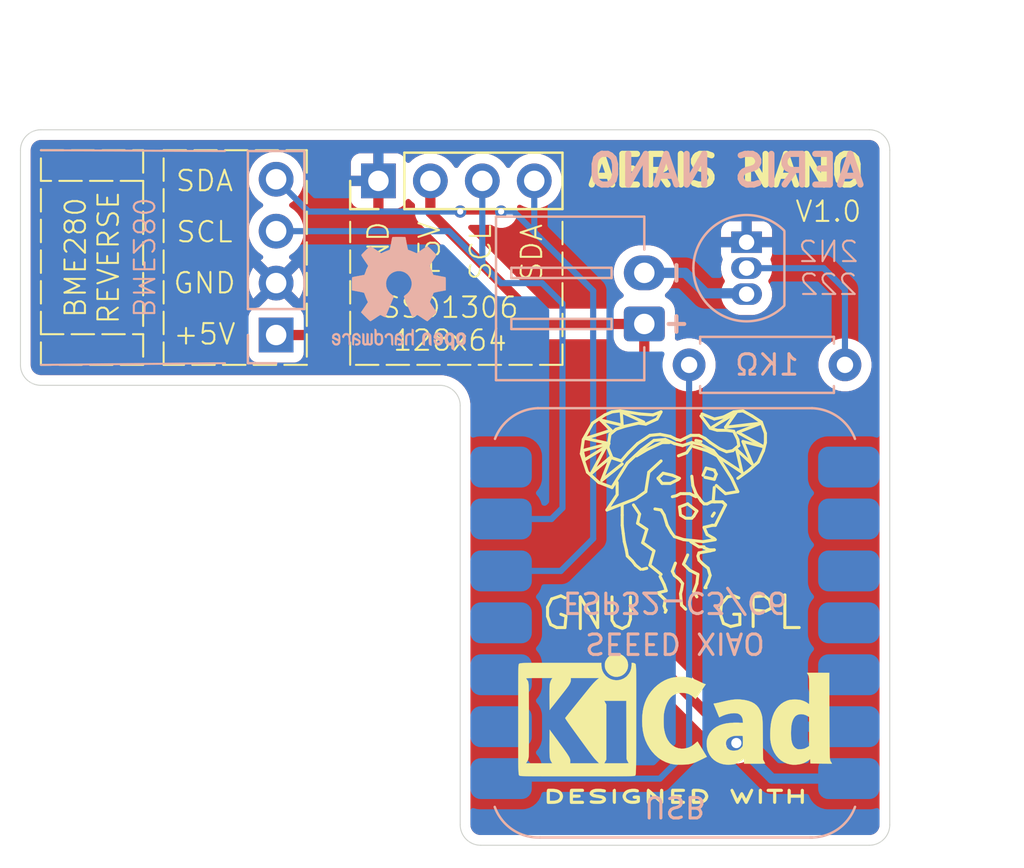
<source format=kicad_pcb>
(kicad_pcb (version 20241229) (generator "pcbnew") (generator_version "9.0")
  (layers (0 "F.Cu" signal) (2 "B.Cu" signal) (13 "F.Paste" user) (15 "B.Paste" user) (5 "F.SilkS" user "F.Silkscreen") (7 "B.SilkS" user "B.Silkscreen") (1 "F.Mask" user) (3 "B.Mask" user) (25 "Edge.Cuts" user))
  (net 0 "")
  (net 1 "GND")
  (net 2 "/SCL")
  (net 3 "/SDA")
  (net 4 "+5V")
  (net 5 "Net-(J3-Pin_2)")
  (net 6 "Net-(Q1-B)")
  (net 7 "/PWM")
  (footprint "Connector_PinHeader_2.54mm:PinHeader_1x04_P2.54mm_Vertical" (layer "F.Cu") (at 164.5 93 90)
    (property "Reference" "J1" (hide yes))
    (property "Value" "Conn_01x04_Pin" (hide yes))
    (pad "1" thru_hole rect (at 0 0 90) (size 1.7 1.7) (drill 1) (layers "*.Cu" "*.Mask") (net 1 "GND"))
    (pad "2" thru_hole circle (at 0 2.54 90) (size 1.7 1.7) (drill 1) (layers "*.Cu" "*.Mask") (net 4 "+5V"))
    (pad "3" thru_hole circle (at 0 5.08 90) (size 1.7 1.7) (drill 1) (layers "*.Cu" "*.Mask") (net 2 "/SCL"))
    (pad "4" thru_hole circle (at 0 7.62 90) (size 1.7 1.7) (drill 1) (layers "*.Cu" "*.Mask") (net 3 "/SDA"))
  )
  (footprint "Symbol:KiCad-Logo2_6mm_SilkScreen" (layer "F.Cu") (at 179 119.104848)
    (property "Reference" "REF**" (hide yes))
    (property "Value" "KiCad-Logo2_6mm_SilkScreen" (hide yes))
  )
  (footprint "Symbol:Symbol_GNU-Logo_SilkscreenTop" (layer "F.Cu") (at 179.171153 108)
    (property "Reference" "REF**" (hide yes))
    (property "Value" "Symbol_GNU-Logo_SilkscreenTop" (hide yes))
  )
  (footprint "Connector_PinHeader_2.54mm:PinHeader_1x04_P2.54mm_Vertical" (layer "B.Cu") (at 159.5 100.54)
    (property "Reference" "J2" (hide yes))
    (property "Value" "Conn_01x04_Pin" (hide yes))
    (pad "1" thru_hole rect (at 0 0) (size 1.7 1.7) (drill 1) (layers "*.Cu" "*.Mask") (net 4 "+5V"))
    (pad "2" thru_hole circle (at 0 -2.54) (size 1.7 1.7) (drill 1) (layers "*.Cu" "*.Mask") (net 1 "GND"))
    (pad "3" thru_hole circle (at 0 -5.08) (size 1.7 1.7) (drill 1) (layers "*.Cu" "*.Mask") (net 2 "/SCL"))
    (pad "4" thru_hole circle (at 0 -7.62) (size 1.7 1.7) (drill 1) (layers "*.Cu" "*.Mask") (net 3 "/SDA"))
  )
  (footprint "Resistor_THT:R_Axial_DIN0207_L6.3mm_D2.5mm_P7.62mm_Horizontal" (layer "B.Cu") (at 179.69 102)
    (property "Reference" "R1" (hide yes))
    (property "Value" "1K" (hide yes))
    (pad "1" thru_hole circle (at 0 0) (size 1.6 1.6) (drill 0.8) (layers "*.Cu" "*.Mask") (net 7 "/PWM"))
    (pad "2" thru_hole circle (at 7.62 0) (size 1.6 1.6) (drill 0.8) (layers "*.Cu" "*.Mask") (net 6 "Net-(Q1-B)"))
  )
  (footprint "Connector_JST:JST_XH_S2B-XH-A-1_1x02_P2.50mm_Horizontal" (layer "B.Cu") (at 177.5 100 90)
    (property "Reference" "J3" (hide yes))
    (property "Value" "Conn_01x02_Socket" (hide yes))
    (pad "1" thru_hole roundrect (at 0 0 90) (size 1.7 2) (drill 1) (layers "*.Cu" "*.Mask") (roundrect_rratio 0.147059) (net 4 "+5V"))
    (pad "2" thru_hole oval (at 2.5 0 90) (size 1.7 2) (drill 1) (layers "*.Cu" "*.Mask") (net 5 "Net-(J3-Pin_2)"))
  )
  (footprint "Symbol:OSHW-Logo2_7.3x6mm_SilkScreen" (layer "B.Cu") (at 165.5 98.5 180)
    (property "Reference" "REF**" (hide yes))
    (property "Value" "OSHW-Logo2_7.3x6mm_SilkScreen" (hide yes))
  )
  (footprint "Aeris:XIAO_ESP32" (layer "B.Cu") (at 179 114.62)
    (property "Reference" "U1" (hide yes))
    (property "Value" "ESP32C3")
    (fp_text user "USB" (at 0 9 180) (layer "B.SilkS") (effects (justify mirror)))
    (fp_text user "ESP32-C3/C6" (at 0 -1 180) (layer "B.SilkS") (effects (justify mirror)))
    (fp_text user "SEEED XIAO" (at 0 1 180) (layer "B.SilkS") (effects (justify mirror)))
    (pad "1" smd roundrect (at -8.5 7.62) (size 3 2) (layers "B.Cu" "B.Mask") (net 7 "/PWM"))
    (pad "2" smd roundrect (at -8.5 5.08) (size 3 2) (layers "B.Cu" "B.Mask"))
    (pad "3" smd roundrect (at -8.5 2.54) (size 3 2) (layers "B.Cu" "B.Mask"))
    (pad "4" smd roundrect (at -8.5 0) (size 3 2) (layers "B.Cu" "B.Mask"))
    (pad "5" smd roundrect (at -8.5 -2.54) (size 3 2) (layers "B.Cu" "B.Mask") (net 3 "/SDA"))
    (pad "6" smd roundrect (at -8.5 -5.08) (size 3 2) (layers "B.Cu" "B.Mask") (net 2 "/SCL"))
    (pad "7" smd roundrect (at -8.5 -7.62) (size 3 2) (layers "B.Cu" "B.Mask"))
    (pad "8" smd roundrect (at 8.5 -7.62) (size 3 2) (layers "B.Cu" "B.Mask"))
    (pad "9" smd roundrect (at 8.5 -5.08) (size 3 2) (layers "B.Cu" "B.Mask"))
    (pad "10" smd roundrect (at 8.5 -2.54) (size 3 2) (layers "B.Cu" "B.Mask"))
    (pad "11" smd roundrect (at 8.5 0) (size 3 2) (layers "B.Cu" "B.Mask"))
    (pad "12" smd roundrect (at 8.5 2.54) (size 3 2) (layers "B.Cu" "B.Mask"))
    (pad "13" smd roundrect (at 8.5 5.08) (size 3 2) (layers "B.Cu" "B.Mask") (net 1 "GND"))
    (pad "14" smd roundrect (at 8.5 7.62) (size 3 2) (layers "B.Cu" "B.Mask") (net 4 "+5V"))
  )
  (footprint "Package_TO_SOT_THT:TO-92_Inline" (layer "B.Cu") (at 182.5 96 -90)
    (property "Reference" "Q1" (hide yes))
    (property "Value" "2N2222")
    (pad "1" thru_hole rect (at 0 0 270) (size 1.05 1.5) (drill 0.75) (layers "*.Cu" "*.Mask") (net 1 "GND"))
    (pad "2" thru_hole oval (at 1.27 0 270) (size 1.05 1.5) (drill 0.75) (layers "*.Cu" "*.Mask") (net 6 "Net-(Q1-B)"))
    (pad "3" thru_hole oval (at 2.54 0 270) (size 1.05 1.5) (drill 0.75) (layers "*.Cu" "*.Mask") (net 5 "Net-(J3-Pin_2)"))
  )
  (gr_line (start 148 100.5) (end 153 100.5) (stroke (width 0.1) (type dash)) (layer "F.SilkS"))
  (gr_line (start 173.5 95) (end 173.5 102) (stroke (width 0.1) (type dash)) (layer "F.SilkS"))
  (gr_rect (start 148 91.5) (end 153 102) (stroke (width 0.1) (type dash)) (fill no) (layer "F.SilkS"))
  (gr_line (start 153 93) (end 148 93) (stroke (width 0.1) (type dash)) (layer "F.SilkS"))
  (gr_line (start 173.5 102) (end 163.12 102) (stroke (width 0.1) (type dash)) (layer "F.SilkS"))
  (gr_line (start 163.12 102) (end 163.12 95) (stroke (width 0.1) (type dash)) (layer "F.SilkS"))
  (gr_rect (start 154 91.5) (end 161 102) (stroke (width 0.1) (type dash)) (fill no) (layer "F.SilkS"))
  (gr_line (start 157 91.54) (end 148 91.5) (stroke (width 0.1)) (layer "B.SilkS"))
  (gr_line (start 157 101.92) (end 148 102) (stroke (width 0.1)) (layer "B.SilkS"))
  (gr_arc (start 147 91.5) (mid 147.292893 90.792893) (end 148 90.5) (stroke (width 0.05)) (layer "Edge.Cuts"))
  (gr_line (start 189.5 124.5) (end 189.5 91.5) (stroke (width 0.05)) (layer "Edge.Cuts"))
  (gr_arc (start 169.5 125.5) (mid 168.792893 125.207107) (end 168.5 124.5) (stroke (width 0.05)) (layer "Edge.Cuts"))
  (gr_line (start 167.5 103) (end 148 103) (stroke (width 0.05)) (layer "Edge.Cuts"))
  (gr_line (start 169.5 125.5) (end 188.5 125.5) (stroke (width 0.05)) (layer "Edge.Cuts"))
  (gr_arc (start 167.5 103) (mid 168.207107 103.292893) (end 168.5 104) (stroke (width 0.05)) (layer "Edge.Cuts"))
  (gr_line (start 168.5 124.5) (end 168.5 104) (stroke (width 0.05)) (layer "Edge.Cuts"))
  (gr_arc (start 148 103) (mid 147.292893 102.707107) (end 147 102) (stroke (width 0.05)) (layer "Edge.Cuts"))
  (gr_line (start 188.5 90.5) (end 148 90.5) (stroke (width 0.05)) (layer "Edge.Cuts"))
  (gr_arc (start 189.5 124.5) (mid 189.207107 125.207107) (end 188.5 125.5) (stroke (width 0.05)) (layer "Edge.Cuts"))
  (gr_line (start 147 91.5) (end 147 102) (stroke (width 0.05)) (layer "Edge.Cuts"))
  (gr_arc (start 188.5 90.5) (mid 189.207107 90.792893) (end 189.5 91.5) (stroke (width 0.05)) (layer "Edge.Cuts"))
  (gr_text "SDA" (at 172 96.5 90) (layer "F.SilkS") (effects (font (size 1 1) (thickness 0.1))))
  (gr_text "SCL" (at 169.5 96.5 90) (layer "F.SilkS") (effects (font (size 1 1) (thickness 0.1))))
  (gr_text "BME280\nREVERSE" (at 150.5 96.75 90) (layer "F.SilkS") (effects (font (size 1 1) (thickness 0.1))))
  (gr_text "+5V" (at 167 96.5 90) (layer "F.SilkS") (effects (font (size 1 1) (thickness 0.1))))
  (gr_text "AERIS NANO" (at 181.5 92.5 -0) (layer "F.SilkS") (effects (font (size 1.5 1.5) (thickness 0.3) (bold yes))))
  (gr_text "SDA" (at 156 93 0) (layer "F.SilkS") (effects (font (size 1 1) (thickness 0.1))))
  (gr_text "+5V" (at 156 100.5 0) (layer "F.SilkS") (effects (font (size 1 1) (thickness 0.1))))
  (gr_text "GND" (at 156 98 0) (layer "F.SilkS") (effects (font (size 1 1) (thickness 0.1))))
  (gr_text "GND" (at 164.5 96.5 90) (layer "F.SilkS") (effects (font (size 1 1) (thickness 0.1))))
  (gr_text "V1.0" (at 186.5 94.5 0) (layer "F.SilkS") (effects (font (size 1 1) (thickness 0.1))))
  (gr_text "SSD1306\n128x64" (at 168 100 0) (layer "F.SilkS") (effects (font (size 1 1) (thickness 0.1))))
  (gr_text "SCL" (at 156 95.5 0) (layer "F.SilkS") (effects (font (size 1 1) (thickness 0.1))))
  (gr_text "1KΩ\n" (at 183.5 102 0) (layer "B.SilkS") (effects (font (size 1 1)) (justify mirror)))
  (gr_text "-" (at 179 97.5 90) (layer "B.SilkS") (effects (font (size 1 1) (thickness 0.2) (bold yes)) (justify mirror)))
  (gr_text "+" (at 179 100 90) (layer "B.SilkS") (effects (font (size 1 1) (thickness 0.2) (bold yes)) (justify mirror)))
  (gr_text "AERIS NANO" (at 181.5 92.5 0) (layer "B.SilkS") (effects (font (size 1.5 1.5) (thickness 0.3) (bold yes)) (justify mirror)))
  (gr_text "BME280" (at 153 96.75 270) (layer "B.SilkS") (effects (font (size 1 1) (thickness 0.1)) (justify mirror)))
  (gr_text "2N2\n222" (at 186.5 97.27 0) (layer "B.SilkS") (effects (font (size 1 1) (thickness 0.1)) (justify mirror)))
  (segment (start 187.5 119.7) (end 185.2 119.7) (width 0.5) (layer "B.Cu") (net 1))
  (segment (start 169.58 92.5) (end 169.58 97.08) (width 0.3) (layer "B.Cu") (net 2))
  (segment (start 169.5 97) (end 167.96 95.46) (width 0.3) (layer "B.Cu") (net 2))
  (segment (start 167.96 95.46) (end 159.5 95.46) (width 0.3) (layer "B.Cu") (net 2))
  (segment (start 169.5 97) (end 170.5 98) (width 0.3) (layer "B.Cu") (net 2))
  (segment (start 169.58 97) (end 169.5 97) (width 0.3) (layer "B.Cu") (net 2))
  (segment (start 172.96 109.54) (end 170.5 109.54) (width 0.3) (layer "B.Cu") (net 2))
  (segment (start 172.5 98) (end 173.5 99) (width 0.3) (layer "B.Cu") (net 2))
  (segment (start 173.5 99) (end 173.5 109) (width 0.3) (layer "B.Cu") (net 2))
  (segment (start 173.5 109) (end 172.96 109.54) (width 0.3) (layer "B.Cu") (net 2))
  (segment (start 169.58 97) (end 169.58 97.08) (width 0.3) (layer "B.Cu") (net 2))
  (segment (start 170.5 98) (end 172.5 98) (width 0.3) (layer "B.Cu") (net 2))
  (segment (start 168.5 94.5) (end 170.5 94.5) (width 0.3) (layer "F.Cu") (net 3))
  (via (at 168.5 94.5) (size 0.6) (drill 0.3) (layers "F.Cu" "B.Cu") (net 3))
  (via (at 170.5 94.5) (size 0.6) (drill 0.3) (layers "F.Cu" "B.Cu") (net 3))
  (segment (start 175 98.38) (end 175 110.5) (width 0.3) (layer "B.Cu") (net 3))
  (segment (start 172.12 95.5) (end 172.12 92.5) (width 0.3) (layer "B.Cu") (net 3))
  (segment (start 171.12 94.5) (end 172.12 95.5) (width 0.3) (layer "B.Cu") (net 3))
  (segment (start 161.08 94.5) (end 168.5 94.5) (width 0.3) (layer "B.Cu") (net 3))
  (segment (start 173.42 112.08) (end 170.5 112.08) (width 0.3) (layer "B.Cu") (net 3))
  (segment (start 170.5 94.5) (end 171.12 94.5) (width 0.3) (layer "B.Cu") (net 3))
  (segment (start 159.5 92.92) (end 161.08 94.5) (width 0.3) (layer "B.Cu") (net 3))
  (segment (start 172.12 95.5) (end 175 98.38) (width 0.3) (layer "B.Cu") (net 3))
  (segment (start 175 110.5) (end 173.42 112.08) (width 0.3) (layer "B.Cu") (net 3))
  (segment (start 177.5 116) (end 177.5 100) (width 0.5) (layer "F.Cu") (net 4))
  (segment (start 167.04 94.54) (end 167.04 92.5) (width 0.5) (layer "F.Cu") (net 4))
  (segment (start 177.5 100) (end 173.5 100) (width 0.5) (layer "F.Cu") (net 4))
  (segment (start 171.96 100.54) (end 159.5 100.54) (width 0.5) (layer "F.Cu") (net 4))
  (segment (start 172.5 100) (end 167.04 94.54) (width 0.5) (layer "F.Cu") (net 4))
  (segment (start 172.5 100) (end 171.96 100.54) (width 0.5) (layer "F.Cu") (net 4))
  (segment (start 182 120.5) (end 177.5 116) (width 0.5) (layer "F.Cu") (net 4))
  (segment (start 173.5 100) (end 172.5 100) (width 0.5) (layer "F.Cu") (net 4))
  (via (at 182 120.5) (size 1) (drill 0.5) (layers "F.Cu" "B.Cu") (net 4))
  (segment (start 183.74 122.24) (end 182 120.5) (width 0.5) (layer "B.Cu") (net 4))
  (segment (start 187.5 122.24) (end 183.74 122.24) (width 0.5) (layer "B.Cu") (net 4))
  (segment (start 177.5 97.5) (end 179.5 97.5) (width 0.5) (layer "B.Cu") (net 5))
  (segment (start 182.46 98.5) (end 182.5 98.54) (width 0.3) (layer "B.Cu") (net 5))
  (segment (start 179.5 97.5) (end 180.5 98.5) (width 0.5) (layer "B.Cu") (net 5))
  (segment (start 180.5 98.5) (end 182.46 98.5) (width 0.5) (layer "B.Cu") (net 5))
  (segment (start 187.31 98.31) (end 187.31 102) (width 0.3) (layer "B.Cu") (net 6))
  (segment (start 182.5 97.27) (end 186.27 97.27) (width 0.3) (layer "B.Cu") (net 6))
  (segment (start 186.27 97.27) (end 187.31 98.31) (width 0.3) (layer "B.Cu") (net 6))
  (segment (start 179.69 120.81) (end 178.26 122.24) (width 0.3) (layer "B.Cu") (net 7))
  (segment (start 179.69 102) (end 179.69 120.81) (width 0.3) (layer "B.Cu") (net 7))
  (segment (start 178.26 122.24) (end 170.5 122.24) (width 0.3) (layer "B.Cu") (net 7))
  (zone (net 1) (net_name "GND") (layers "F.Cu" "B.Cu") (connect_pads (clearance 0.5)) (min_thickness 0.25) (fill yes (thermal_gap 0.5) (thermal_bridge_width 0.5))
    (polygon (pts (xy 190.5 89.5) (xy 190.5 126.5) (xy 167.5 126.5) (xy 167.5 104) (xy 146 104) (xy 146 89.5)))
  )
)
</source>
